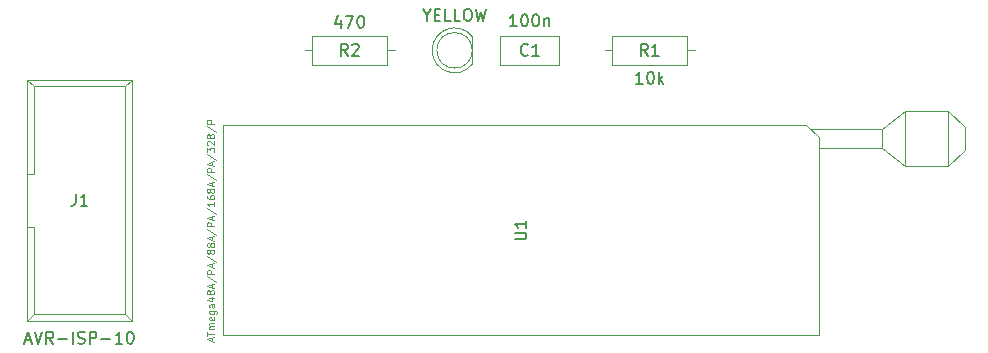
<source format=gbr>
%TF.GenerationSoftware,KiCad,Pcbnew,5.1.6-c6e7f7d~86~ubuntu18.04.1*%
%TF.CreationDate,2020-05-25T18:42:42+02:00*%
%TF.ProjectId,atmega_prog_adapter_v1,61746d65-6761-45f7-9072-6f675f616461,1.0*%
%TF.SameCoordinates,PX60e4b00PY60e4b00*%
%TF.FileFunction,Other,Fab,Top*%
%FSLAX46Y46*%
G04 Gerber Fmt 4.6, Leading zero omitted, Abs format (unit mm)*
G04 Created by KiCad (PCBNEW 5.1.6-c6e7f7d~86~ubuntu18.04.1) date 2020-05-25 18:42:42*
%MOMM*%
%LPD*%
G01*
G04 APERTURE LIST*
%ADD10C,0.100000*%
%ADD11C,0.150000*%
%ADD12C,0.090000*%
G04 APERTURE END LIST*
D10*
%TO.C,C1*%
X41970000Y26690000D02*
X46970000Y26690000D01*
X41970000Y29190000D02*
X41970000Y26690000D01*
X46970000Y29190000D02*
X41970000Y29190000D01*
X46970000Y26690000D02*
X46970000Y29190000D01*
%TO.C,D1*%
X39600000Y26773810D02*
X39600000Y29106190D01*
X39600000Y27940000D02*
G75*
G03*
X39600000Y27940000I-1500000J0D01*
G01*
X39600555Y29105476D02*
G75*
G03*
X39600000Y26773810I-1500555J-1165476D01*
G01*
%TO.C,J1*%
X1925000Y5060000D02*
X2475000Y5620000D01*
X1925000Y25420000D02*
X2475000Y24880000D01*
X10775000Y5060000D02*
X10225000Y5620000D01*
X10775000Y25420000D02*
X10225000Y24880000D01*
X10225000Y5620000D02*
X2475000Y5620000D01*
X10775000Y5060000D02*
X1925000Y5060000D01*
X10225000Y24880000D02*
X2475000Y24880000D01*
X10775000Y25420000D02*
X1925000Y25420000D01*
X2475000Y12990000D02*
X1925000Y12990000D01*
X2475000Y17490000D02*
X1925000Y17490000D01*
X2475000Y12990000D02*
X2475000Y5620000D01*
X2475000Y24880000D02*
X2475000Y17490000D01*
X1925000Y25420000D02*
X1925000Y5060000D01*
X10225000Y24880000D02*
X10225000Y5620000D01*
X10775000Y25420000D02*
X10775000Y5060000D01*
%TO.C,R1*%
X58420000Y27940000D02*
X57760000Y27940000D01*
X50800000Y27940000D02*
X51460000Y27940000D01*
X57760000Y29190000D02*
X51460000Y29190000D01*
X57760000Y26690000D02*
X57760000Y29190000D01*
X51460000Y26690000D02*
X57760000Y26690000D01*
X51460000Y29190000D02*
X51460000Y26690000D01*
%TO.C,R2*%
X32360000Y26690000D02*
X32360000Y29190000D01*
X32360000Y29190000D02*
X26060000Y29190000D01*
X26060000Y29190000D02*
X26060000Y26690000D01*
X26060000Y26690000D02*
X32360000Y26690000D01*
X33020000Y27940000D02*
X32360000Y27940000D01*
X25400000Y27940000D02*
X26060000Y27940000D01*
%TO.C,U1*%
X68980000Y3800000D02*
X18480000Y3800000D01*
X68980000Y20630000D02*
X68980000Y3800000D01*
X67820000Y21600000D02*
X68980000Y20630000D01*
X18480000Y21600000D02*
X67820000Y21600000D01*
X18480000Y3800000D02*
X18480000Y21600000D01*
X74280000Y19680000D02*
X68980000Y19680000D01*
X74280000Y21280000D02*
X74280000Y19680000D01*
X68170000Y21280000D02*
X74280000Y21280000D01*
X76280000Y18180000D02*
X74280000Y19680000D01*
X76280000Y22780000D02*
X74280000Y21280000D01*
X76280000Y18180000D02*
X79880000Y18180000D01*
X76280000Y22780000D02*
X76280000Y18180000D01*
X79880000Y22780000D02*
X76280000Y22780000D01*
X79880000Y18180000D02*
X79880000Y22780000D01*
X81280000Y19480000D02*
X79880000Y18180000D01*
X81280000Y21480000D02*
X81280000Y19480000D01*
X79880000Y22780000D02*
X81280000Y21480000D01*
%TD*%
%TO.C,C1*%
D11*
X43350952Y29987620D02*
X42779523Y29987620D01*
X43065238Y29987620D02*
X43065238Y30987620D01*
X42970000Y30844762D01*
X42874761Y30749524D01*
X42779523Y30701905D01*
X43970000Y30987620D02*
X44065238Y30987620D01*
X44160476Y30940000D01*
X44208095Y30892381D01*
X44255714Y30797143D01*
X44303333Y30606667D01*
X44303333Y30368572D01*
X44255714Y30178096D01*
X44208095Y30082858D01*
X44160476Y30035239D01*
X44065238Y29987620D01*
X43970000Y29987620D01*
X43874761Y30035239D01*
X43827142Y30082858D01*
X43779523Y30178096D01*
X43731904Y30368572D01*
X43731904Y30606667D01*
X43779523Y30797143D01*
X43827142Y30892381D01*
X43874761Y30940000D01*
X43970000Y30987620D01*
X44922380Y30987620D02*
X45017619Y30987620D01*
X45112857Y30940000D01*
X45160476Y30892381D01*
X45208095Y30797143D01*
X45255714Y30606667D01*
X45255714Y30368572D01*
X45208095Y30178096D01*
X45160476Y30082858D01*
X45112857Y30035239D01*
X45017619Y29987620D01*
X44922380Y29987620D01*
X44827142Y30035239D01*
X44779523Y30082858D01*
X44731904Y30178096D01*
X44684285Y30368572D01*
X44684285Y30606667D01*
X44731904Y30797143D01*
X44779523Y30892381D01*
X44827142Y30940000D01*
X44922380Y30987620D01*
X45684285Y30654286D02*
X45684285Y29987620D01*
X45684285Y30559048D02*
X45731904Y30606667D01*
X45827142Y30654286D01*
X45970000Y30654286D01*
X46065238Y30606667D01*
X46112857Y30511429D01*
X46112857Y29987620D01*
X44303333Y27582858D02*
X44255714Y27535239D01*
X44112857Y27487620D01*
X44017619Y27487620D01*
X43874761Y27535239D01*
X43779523Y27630477D01*
X43731904Y27725715D01*
X43684285Y27916191D01*
X43684285Y28059048D01*
X43731904Y28249524D01*
X43779523Y28344762D01*
X43874761Y28440000D01*
X44017619Y28487620D01*
X44112857Y28487620D01*
X44255714Y28440000D01*
X44303333Y28392381D01*
X45255714Y27487620D02*
X44684285Y27487620D01*
X44970000Y27487620D02*
X44970000Y28487620D01*
X44874761Y28344762D01*
X44779523Y28249524D01*
X44684285Y28201905D01*
%TO.C,D1*%
X35742857Y30923810D02*
X35742857Y30447620D01*
X35409523Y31447620D02*
X35742857Y30923810D01*
X36076190Y31447620D01*
X36409523Y30971429D02*
X36742857Y30971429D01*
X36885714Y30447620D02*
X36409523Y30447620D01*
X36409523Y31447620D01*
X36885714Y31447620D01*
X37790476Y30447620D02*
X37314285Y30447620D01*
X37314285Y31447620D01*
X38600000Y30447620D02*
X38123809Y30447620D01*
X38123809Y31447620D01*
X39123809Y31447620D02*
X39314285Y31447620D01*
X39409523Y31400000D01*
X39504761Y31304762D01*
X39552380Y31114286D01*
X39552380Y30780953D01*
X39504761Y30590477D01*
X39409523Y30495239D01*
X39314285Y30447620D01*
X39123809Y30447620D01*
X39028571Y30495239D01*
X38933333Y30590477D01*
X38885714Y30780953D01*
X38885714Y31114286D01*
X38933333Y31304762D01*
X39028571Y31400000D01*
X39123809Y31447620D01*
X39885714Y31447620D02*
X40123809Y30447620D01*
X40314285Y31161905D01*
X40504761Y30447620D01*
X40742857Y31447620D01*
%TO.C,J1*%
X1778571Y3389334D02*
X2254761Y3389334D01*
X1683333Y3103620D02*
X2016666Y4103620D01*
X2350000Y3103620D01*
X2540476Y4103620D02*
X2873809Y3103620D01*
X3207142Y4103620D01*
X4111904Y3103620D02*
X3778571Y3579810D01*
X3540476Y3103620D02*
X3540476Y4103620D01*
X3921428Y4103620D01*
X4016666Y4056000D01*
X4064285Y4008381D01*
X4111904Y3913143D01*
X4111904Y3770286D01*
X4064285Y3675048D01*
X4016666Y3627429D01*
X3921428Y3579810D01*
X3540476Y3579810D01*
X4540476Y3484572D02*
X5302380Y3484572D01*
X5778571Y3103620D02*
X5778571Y4103620D01*
X6207142Y3151239D02*
X6350000Y3103620D01*
X6588095Y3103620D01*
X6683333Y3151239D01*
X6730952Y3198858D01*
X6778571Y3294096D01*
X6778571Y3389334D01*
X6730952Y3484572D01*
X6683333Y3532191D01*
X6588095Y3579810D01*
X6397619Y3627429D01*
X6302380Y3675048D01*
X6254761Y3722667D01*
X6207142Y3817905D01*
X6207142Y3913143D01*
X6254761Y4008381D01*
X6302380Y4056000D01*
X6397619Y4103620D01*
X6635714Y4103620D01*
X6778571Y4056000D01*
X7207142Y3103620D02*
X7207142Y4103620D01*
X7588095Y4103620D01*
X7683333Y4056000D01*
X7730952Y4008381D01*
X7778571Y3913143D01*
X7778571Y3770286D01*
X7730952Y3675048D01*
X7683333Y3627429D01*
X7588095Y3579810D01*
X7207142Y3579810D01*
X8207142Y3484572D02*
X8969047Y3484572D01*
X9969047Y3103620D02*
X9397619Y3103620D01*
X9683333Y3103620D02*
X9683333Y4103620D01*
X9588095Y3960762D01*
X9492857Y3865524D01*
X9397619Y3817905D01*
X10588095Y4103620D02*
X10683333Y4103620D01*
X10778571Y4056000D01*
X10826190Y4008381D01*
X10873809Y3913143D01*
X10921428Y3722667D01*
X10921428Y3484572D01*
X10873809Y3294096D01*
X10826190Y3198858D01*
X10778571Y3151239D01*
X10683333Y3103620D01*
X10588095Y3103620D01*
X10492857Y3151239D01*
X10445238Y3198858D01*
X10397619Y3294096D01*
X10350000Y3484572D01*
X10350000Y3722667D01*
X10397619Y3913143D01*
X10445238Y4008381D01*
X10492857Y4056000D01*
X10588095Y4103620D01*
X6016666Y15787620D02*
X6016666Y15073334D01*
X5969047Y14930477D01*
X5873809Y14835239D01*
X5730952Y14787620D01*
X5635714Y14787620D01*
X7016666Y14787620D02*
X6445238Y14787620D01*
X6730952Y14787620D02*
X6730952Y15787620D01*
X6635714Y15644762D01*
X6540476Y15549524D01*
X6445238Y15501905D01*
%TO.C,R1*%
X54014761Y25117620D02*
X53443333Y25117620D01*
X53729047Y25117620D02*
X53729047Y26117620D01*
X53633809Y25974762D01*
X53538571Y25879524D01*
X53443333Y25831905D01*
X54633809Y26117620D02*
X54729047Y26117620D01*
X54824285Y26070000D01*
X54871904Y26022381D01*
X54919523Y25927143D01*
X54967142Y25736667D01*
X54967142Y25498572D01*
X54919523Y25308096D01*
X54871904Y25212858D01*
X54824285Y25165239D01*
X54729047Y25117620D01*
X54633809Y25117620D01*
X54538571Y25165239D01*
X54490952Y25212858D01*
X54443333Y25308096D01*
X54395714Y25498572D01*
X54395714Y25736667D01*
X54443333Y25927143D01*
X54490952Y26022381D01*
X54538571Y26070000D01*
X54633809Y26117620D01*
X55395714Y25117620D02*
X55395714Y26117620D01*
X55490952Y25498572D02*
X55776666Y25117620D01*
X55776666Y25784286D02*
X55395714Y25403334D01*
X54443333Y27487620D02*
X54110000Y27963810D01*
X53871904Y27487620D02*
X53871904Y28487620D01*
X54252857Y28487620D01*
X54348095Y28440000D01*
X54395714Y28392381D01*
X54443333Y28297143D01*
X54443333Y28154286D01*
X54395714Y28059048D01*
X54348095Y28011429D01*
X54252857Y27963810D01*
X53871904Y27963810D01*
X55395714Y27487620D02*
X54824285Y27487620D01*
X55110000Y27487620D02*
X55110000Y28487620D01*
X55014761Y28344762D01*
X54919523Y28249524D01*
X54824285Y28201905D01*
%TO.C,R2*%
X28448095Y30524286D02*
X28448095Y29857620D01*
X28210000Y30905239D02*
X27971904Y30190953D01*
X28590952Y30190953D01*
X28876666Y30857620D02*
X29543333Y30857620D01*
X29114761Y29857620D01*
X30114761Y30857620D02*
X30210000Y30857620D01*
X30305238Y30810000D01*
X30352857Y30762381D01*
X30400476Y30667143D01*
X30448095Y30476667D01*
X30448095Y30238572D01*
X30400476Y30048096D01*
X30352857Y29952858D01*
X30305238Y29905239D01*
X30210000Y29857620D01*
X30114761Y29857620D01*
X30019523Y29905239D01*
X29971904Y29952858D01*
X29924285Y30048096D01*
X29876666Y30238572D01*
X29876666Y30476667D01*
X29924285Y30667143D01*
X29971904Y30762381D01*
X30019523Y30810000D01*
X30114761Y30857620D01*
X29043333Y27487620D02*
X28710000Y27963810D01*
X28471904Y27487620D02*
X28471904Y28487620D01*
X28852857Y28487620D01*
X28948095Y28440000D01*
X28995714Y28392381D01*
X29043333Y28297143D01*
X29043333Y28154286D01*
X28995714Y28059048D01*
X28948095Y28011429D01*
X28852857Y27963810D01*
X28471904Y27963810D01*
X29424285Y28392381D02*
X29471904Y28440000D01*
X29567142Y28487620D01*
X29805238Y28487620D01*
X29900476Y28440000D01*
X29948095Y28392381D01*
X29995714Y28297143D01*
X29995714Y28201905D01*
X29948095Y28059048D01*
X29376666Y27487620D01*
X29995714Y27487620D01*
%TO.C,U1*%
D12*
X17580000Y3328572D02*
X17580000Y3614286D01*
X17751428Y3271429D02*
X17151428Y3471429D01*
X17751428Y3671429D01*
X17151428Y3785715D02*
X17151428Y4128572D01*
X17751428Y3957143D02*
X17151428Y3957143D01*
X17751428Y4328572D02*
X17351428Y4328572D01*
X17408571Y4328572D02*
X17380000Y4357143D01*
X17351428Y4414286D01*
X17351428Y4500000D01*
X17380000Y4557143D01*
X17437142Y4585715D01*
X17751428Y4585715D01*
X17437142Y4585715D02*
X17380000Y4614286D01*
X17351428Y4671429D01*
X17351428Y4757143D01*
X17380000Y4814286D01*
X17437142Y4842858D01*
X17751428Y4842858D01*
X17722857Y5357143D02*
X17751428Y5300000D01*
X17751428Y5185715D01*
X17722857Y5128572D01*
X17665714Y5100000D01*
X17437142Y5100000D01*
X17380000Y5128572D01*
X17351428Y5185715D01*
X17351428Y5300000D01*
X17380000Y5357143D01*
X17437142Y5385715D01*
X17494285Y5385715D01*
X17551428Y5100000D01*
X17351428Y5900000D02*
X17837142Y5900000D01*
X17894285Y5871429D01*
X17922857Y5842858D01*
X17951428Y5785715D01*
X17951428Y5700000D01*
X17922857Y5642858D01*
X17722857Y5900000D02*
X17751428Y5842858D01*
X17751428Y5728572D01*
X17722857Y5671429D01*
X17694285Y5642858D01*
X17637142Y5614286D01*
X17465714Y5614286D01*
X17408571Y5642858D01*
X17380000Y5671429D01*
X17351428Y5728572D01*
X17351428Y5842858D01*
X17380000Y5900000D01*
X17751428Y6442858D02*
X17437142Y6442858D01*
X17380000Y6414286D01*
X17351428Y6357143D01*
X17351428Y6242858D01*
X17380000Y6185715D01*
X17722857Y6442858D02*
X17751428Y6385715D01*
X17751428Y6242858D01*
X17722857Y6185715D01*
X17665714Y6157143D01*
X17608571Y6157143D01*
X17551428Y6185715D01*
X17522857Y6242858D01*
X17522857Y6385715D01*
X17494285Y6442858D01*
X17351428Y6985715D02*
X17751428Y6985715D01*
X17122857Y6842858D02*
X17551428Y6700000D01*
X17551428Y7071429D01*
X17408571Y7385715D02*
X17380000Y7328572D01*
X17351428Y7300000D01*
X17294285Y7271429D01*
X17265714Y7271429D01*
X17208571Y7300000D01*
X17180000Y7328572D01*
X17151428Y7385715D01*
X17151428Y7500000D01*
X17180000Y7557143D01*
X17208571Y7585715D01*
X17265714Y7614286D01*
X17294285Y7614286D01*
X17351428Y7585715D01*
X17380000Y7557143D01*
X17408571Y7500000D01*
X17408571Y7385715D01*
X17437142Y7328572D01*
X17465714Y7300000D01*
X17522857Y7271429D01*
X17637142Y7271429D01*
X17694285Y7300000D01*
X17722857Y7328572D01*
X17751428Y7385715D01*
X17751428Y7500000D01*
X17722857Y7557143D01*
X17694285Y7585715D01*
X17637142Y7614286D01*
X17522857Y7614286D01*
X17465714Y7585715D01*
X17437142Y7557143D01*
X17408571Y7500000D01*
X17580000Y7842858D02*
X17580000Y8128572D01*
X17751428Y7785715D02*
X17151428Y7985715D01*
X17751428Y8185715D01*
X17122857Y8814286D02*
X17894285Y8300000D01*
X17751428Y9014286D02*
X17151428Y9014286D01*
X17151428Y9242858D01*
X17180000Y9300000D01*
X17208571Y9328572D01*
X17265714Y9357143D01*
X17351428Y9357143D01*
X17408571Y9328572D01*
X17437142Y9300000D01*
X17465714Y9242858D01*
X17465714Y9014286D01*
X17580000Y9585715D02*
X17580000Y9871429D01*
X17751428Y9528572D02*
X17151428Y9728572D01*
X17751428Y9928572D01*
X17122857Y10557143D02*
X17894285Y10042858D01*
X17408571Y10842858D02*
X17380000Y10785715D01*
X17351428Y10757143D01*
X17294285Y10728572D01*
X17265714Y10728572D01*
X17208571Y10757143D01*
X17180000Y10785715D01*
X17151428Y10842858D01*
X17151428Y10957143D01*
X17180000Y11014286D01*
X17208571Y11042858D01*
X17265714Y11071429D01*
X17294285Y11071429D01*
X17351428Y11042858D01*
X17380000Y11014286D01*
X17408571Y10957143D01*
X17408571Y10842858D01*
X17437142Y10785715D01*
X17465714Y10757143D01*
X17522857Y10728572D01*
X17637142Y10728572D01*
X17694285Y10757143D01*
X17722857Y10785715D01*
X17751428Y10842858D01*
X17751428Y10957143D01*
X17722857Y11014286D01*
X17694285Y11042858D01*
X17637142Y11071429D01*
X17522857Y11071429D01*
X17465714Y11042858D01*
X17437142Y11014286D01*
X17408571Y10957143D01*
X17408571Y11414286D02*
X17380000Y11357143D01*
X17351428Y11328572D01*
X17294285Y11300000D01*
X17265714Y11300000D01*
X17208571Y11328572D01*
X17180000Y11357143D01*
X17151428Y11414286D01*
X17151428Y11528572D01*
X17180000Y11585715D01*
X17208571Y11614286D01*
X17265714Y11642858D01*
X17294285Y11642858D01*
X17351428Y11614286D01*
X17380000Y11585715D01*
X17408571Y11528572D01*
X17408571Y11414286D01*
X17437142Y11357143D01*
X17465714Y11328572D01*
X17522857Y11300000D01*
X17637142Y11300000D01*
X17694285Y11328572D01*
X17722857Y11357143D01*
X17751428Y11414286D01*
X17751428Y11528572D01*
X17722857Y11585715D01*
X17694285Y11614286D01*
X17637142Y11642858D01*
X17522857Y11642858D01*
X17465714Y11614286D01*
X17437142Y11585715D01*
X17408571Y11528572D01*
X17580000Y11871429D02*
X17580000Y12157143D01*
X17751428Y11814286D02*
X17151428Y12014286D01*
X17751428Y12214286D01*
X17122857Y12842858D02*
X17894285Y12328572D01*
X17751428Y13042858D02*
X17151428Y13042858D01*
X17151428Y13271429D01*
X17180000Y13328572D01*
X17208571Y13357143D01*
X17265714Y13385715D01*
X17351428Y13385715D01*
X17408571Y13357143D01*
X17437142Y13328572D01*
X17465714Y13271429D01*
X17465714Y13042858D01*
X17580000Y13614286D02*
X17580000Y13900000D01*
X17751428Y13557143D02*
X17151428Y13757143D01*
X17751428Y13957143D01*
X17122857Y14585715D02*
X17894285Y14071429D01*
X17751428Y15100000D02*
X17751428Y14757143D01*
X17751428Y14928572D02*
X17151428Y14928572D01*
X17237142Y14871429D01*
X17294285Y14814286D01*
X17322857Y14757143D01*
X17151428Y15614286D02*
X17151428Y15500000D01*
X17180000Y15442858D01*
X17208571Y15414286D01*
X17294285Y15357143D01*
X17408571Y15328572D01*
X17637142Y15328572D01*
X17694285Y15357143D01*
X17722857Y15385715D01*
X17751428Y15442858D01*
X17751428Y15557143D01*
X17722857Y15614286D01*
X17694285Y15642858D01*
X17637142Y15671429D01*
X17494285Y15671429D01*
X17437142Y15642858D01*
X17408571Y15614286D01*
X17380000Y15557143D01*
X17380000Y15442858D01*
X17408571Y15385715D01*
X17437142Y15357143D01*
X17494285Y15328572D01*
X17408571Y16014286D02*
X17380000Y15957143D01*
X17351428Y15928572D01*
X17294285Y15900000D01*
X17265714Y15900000D01*
X17208571Y15928572D01*
X17180000Y15957143D01*
X17151428Y16014286D01*
X17151428Y16128572D01*
X17180000Y16185715D01*
X17208571Y16214286D01*
X17265714Y16242858D01*
X17294285Y16242858D01*
X17351428Y16214286D01*
X17380000Y16185715D01*
X17408571Y16128572D01*
X17408571Y16014286D01*
X17437142Y15957143D01*
X17465714Y15928572D01*
X17522857Y15900000D01*
X17637142Y15900000D01*
X17694285Y15928572D01*
X17722857Y15957143D01*
X17751428Y16014286D01*
X17751428Y16128572D01*
X17722857Y16185715D01*
X17694285Y16214286D01*
X17637142Y16242858D01*
X17522857Y16242858D01*
X17465714Y16214286D01*
X17437142Y16185715D01*
X17408571Y16128572D01*
X17580000Y16471429D02*
X17580000Y16757143D01*
X17751428Y16414286D02*
X17151428Y16614286D01*
X17751428Y16814286D01*
X17122857Y17442858D02*
X17894285Y16928572D01*
X17751428Y17642858D02*
X17151428Y17642858D01*
X17151428Y17871429D01*
X17180000Y17928572D01*
X17208571Y17957143D01*
X17265714Y17985715D01*
X17351428Y17985715D01*
X17408571Y17957143D01*
X17437142Y17928572D01*
X17465714Y17871429D01*
X17465714Y17642858D01*
X17580000Y18214286D02*
X17580000Y18500000D01*
X17751428Y18157143D02*
X17151428Y18357143D01*
X17751428Y18557143D01*
X17122857Y19185715D02*
X17894285Y18671429D01*
X17151428Y19328572D02*
X17151428Y19700000D01*
X17380000Y19500000D01*
X17380000Y19585715D01*
X17408571Y19642858D01*
X17437142Y19671429D01*
X17494285Y19700000D01*
X17637142Y19700000D01*
X17694285Y19671429D01*
X17722857Y19642858D01*
X17751428Y19585715D01*
X17751428Y19414286D01*
X17722857Y19357143D01*
X17694285Y19328572D01*
X17208571Y19928572D02*
X17180000Y19957143D01*
X17151428Y20014286D01*
X17151428Y20157143D01*
X17180000Y20214286D01*
X17208571Y20242858D01*
X17265714Y20271429D01*
X17322857Y20271429D01*
X17408571Y20242858D01*
X17751428Y19900000D01*
X17751428Y20271429D01*
X17408571Y20614286D02*
X17380000Y20557143D01*
X17351428Y20528572D01*
X17294285Y20500000D01*
X17265714Y20500000D01*
X17208571Y20528572D01*
X17180000Y20557143D01*
X17151428Y20614286D01*
X17151428Y20728572D01*
X17180000Y20785715D01*
X17208571Y20814286D01*
X17265714Y20842858D01*
X17294285Y20842858D01*
X17351428Y20814286D01*
X17380000Y20785715D01*
X17408571Y20728572D01*
X17408571Y20614286D01*
X17437142Y20557143D01*
X17465714Y20528572D01*
X17522857Y20500000D01*
X17637142Y20500000D01*
X17694285Y20528572D01*
X17722857Y20557143D01*
X17751428Y20614286D01*
X17751428Y20728572D01*
X17722857Y20785715D01*
X17694285Y20814286D01*
X17637142Y20842858D01*
X17522857Y20842858D01*
X17465714Y20814286D01*
X17437142Y20785715D01*
X17408571Y20728572D01*
X17122857Y21528572D02*
X17894285Y21014286D01*
X17751428Y21728572D02*
X17151428Y21728572D01*
X17151428Y21957143D01*
X17180000Y22014286D01*
X17208571Y22042858D01*
X17265714Y22071429D01*
X17351428Y22071429D01*
X17408571Y22042858D01*
X17437142Y22014286D01*
X17465714Y21957143D01*
X17465714Y21728572D01*
D11*
X43182380Y11938096D02*
X43991904Y11938096D01*
X44087142Y11985715D01*
X44134761Y12033334D01*
X44182380Y12128572D01*
X44182380Y12319048D01*
X44134761Y12414286D01*
X44087142Y12461905D01*
X43991904Y12509524D01*
X43182380Y12509524D01*
X44182380Y13509524D02*
X44182380Y12938096D01*
X44182380Y13223810D02*
X43182380Y13223810D01*
X43325238Y13128572D01*
X43420476Y13033334D01*
X43468095Y12938096D01*
%TD*%
M02*

</source>
